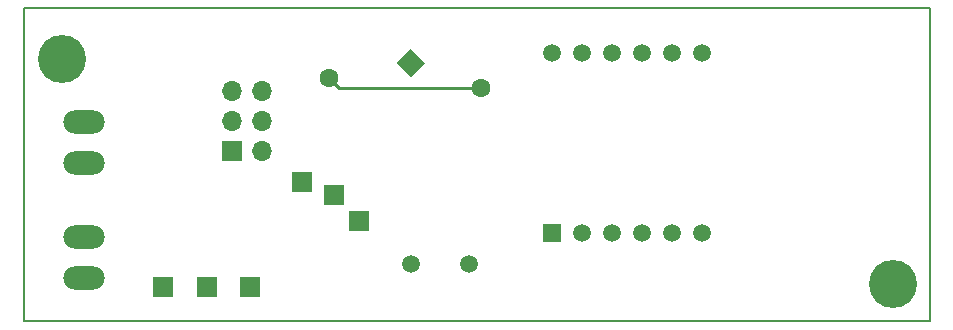
<source format=gtl>
G04 #@! TF.FileFunction,Copper,L1,Top,Signal*
%FSLAX46Y46*%
G04 Gerber Fmt 4.6, Leading zero omitted, Abs format (unit mm)*
G04 Created by KiCad (PCBNEW 4.0.7) date 11/22/17 14:23:38*
%MOMM*%
%LPD*%
G01*
G04 APERTURE LIST*
%ADD10C,0.100000*%
%ADD11C,0.150000*%
%ADD12R,1.500000X1.500000*%
%ADD13C,1.500000*%
%ADD14R,1.700000X1.700000*%
%ADD15O,1.700000X1.700000*%
%ADD16O,3.500120X1.998980*%
%ADD17C,4.064000*%
%ADD18C,1.600000*%
%ADD19C,0.254000*%
G04 APERTURE END LIST*
D10*
D11*
X18034000Y-22352000D02*
X18542000Y-22352000D01*
X18034000Y-23431500D02*
X18034000Y-22352000D01*
X94742000Y-22352000D02*
X94742000Y-23431500D01*
X18034000Y-48831500D02*
X18034000Y-23431500D01*
X39878000Y-48831500D02*
X18034000Y-48831500D01*
X94742000Y-48831500D02*
X39878000Y-48831500D01*
X94742000Y-47307500D02*
X94742000Y-48831500D01*
X94742000Y-23431500D02*
X94742000Y-47307500D01*
X18542000Y-22352000D02*
X94742000Y-22352000D01*
D12*
X62801500Y-41338500D03*
D13*
X65341500Y-41338500D03*
X67881500Y-41338500D03*
X70421500Y-41338500D03*
X72961500Y-41338500D03*
X75501500Y-41338500D03*
X75501500Y-26098500D03*
X72961500Y-26098500D03*
X70421500Y-26098500D03*
X67881500Y-26098500D03*
X65341500Y-26098500D03*
X62801500Y-26098500D03*
D14*
X35687000Y-34417000D03*
D15*
X38227000Y-34417000D03*
X35687000Y-31877000D03*
X38227000Y-31877000D03*
X35687000Y-29337000D03*
X38227000Y-29337000D03*
D16*
X23114000Y-41683940D03*
X23114000Y-45184060D03*
X23114000Y-31965900D03*
X23114000Y-35466020D03*
D14*
X33528000Y-45974000D03*
X29845000Y-45974000D03*
X37211000Y-45974000D03*
X46418500Y-40322500D03*
X44323000Y-38163500D03*
X41592500Y-37020500D03*
D10*
G36*
X49597918Y-26987500D02*
X50800000Y-25785418D01*
X52002082Y-26987500D01*
X50800000Y-28189582D01*
X49597918Y-26987500D01*
X49597918Y-26987500D01*
G37*
D13*
X55753000Y-44005500D03*
X50853000Y-44005500D03*
D17*
X21272500Y-26670000D03*
X91630500Y-45720000D03*
D18*
X43915729Y-28270334D03*
X56747472Y-29094371D03*
D19*
X44715728Y-29070333D02*
X43915729Y-28270334D01*
X44739766Y-29094371D02*
X44715728Y-29070333D01*
X56747472Y-29094371D02*
X44739766Y-29094371D01*
M02*

</source>
